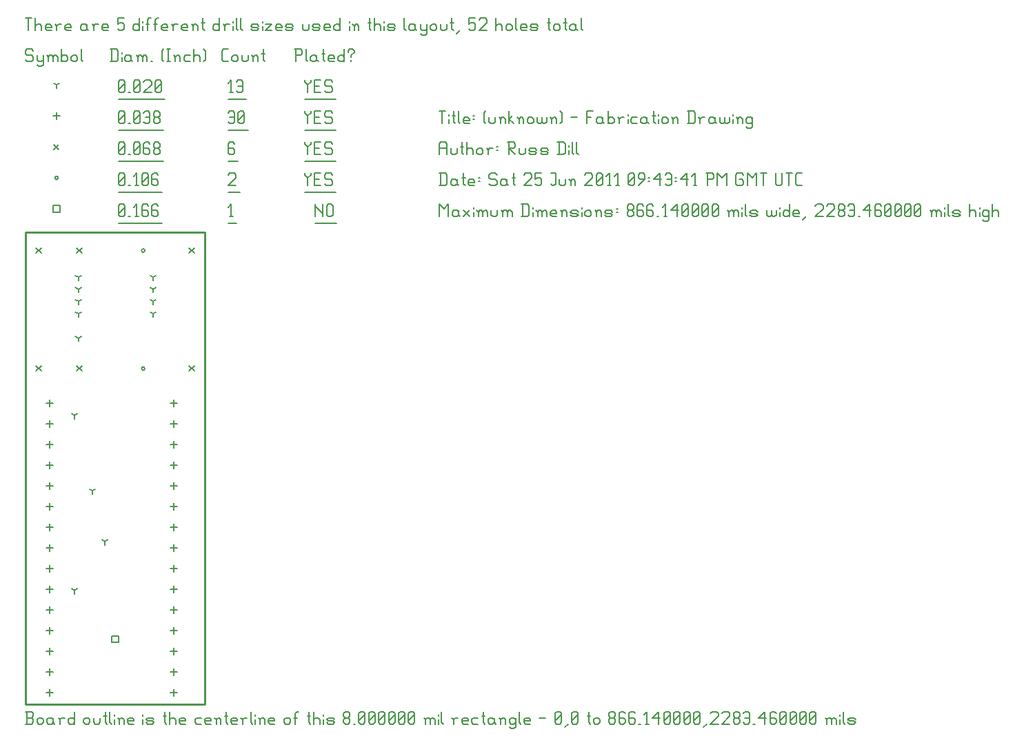
<source format=gbr>
G04 start of page 10 for group -3984 idx -3984 *
G04 Title: (unknown), fab *
G04 Creator: pcb 1.99z *
G04 CreationDate: Sat 25 Jun 2011 09:43:41 PM GMT UTC *
G04 For: russ *
G04 Format: Gerber/RS-274X *
G04 PCB-Dimensions: 86614 228346 *
G04 PCB-Coordinate-Origin: lower left *
%MOIN*%
%FSLAX25Y25*%
%LNFAB*%
%ADD70C,0.0100*%
%ADD69C,0.0060*%
%ADD68C,0.0080*%
G54D68*X41707Y33096D02*X44907D01*
X41707D02*Y29896D01*
X44907D01*
Y33096D02*Y29896D01*
X13400Y241196D02*X16600D01*
X13400D02*Y237996D01*
X16600D01*
Y241196D02*Y237996D01*
G54D69*X140000Y241846D02*Y235846D01*
Y241846D02*Y241096D01*
X143750Y237346D01*
Y241846D02*Y235846D01*
X145551Y241096D02*Y236596D01*
Y241096D02*X146301Y241846D01*
X147801D01*
X148551Y241096D01*
Y236596D01*
X147801Y235846D02*X148551Y236596D01*
X146301Y235846D02*X147801D01*
X145551Y236596D02*X146301Y235846D01*
X140000Y232595D02*X150353D01*
X98750Y235846D02*X100250D01*
X99500Y241846D02*Y235846D01*
X98000Y240346D02*X99500Y241846D01*
X98000Y232595D02*X102051D01*
X45000Y236596D02*X45750Y235846D01*
X45000Y241096D02*Y236596D01*
Y241096D02*X45750Y241846D01*
X47250D01*
X48000Y241096D01*
Y236596D01*
X47250Y235846D02*X48000Y236596D01*
X45750Y235846D02*X47250D01*
X45000Y237346D02*X48000Y240346D01*
X49801Y235846D02*X50551D01*
X53103D02*X54603D01*
X53853Y241846D02*Y235846D01*
X52353Y240346D02*X53853Y241846D01*
X58654D02*X59404Y241096D01*
X57154Y241846D02*X58654D01*
X56404Y241096D02*X57154Y241846D01*
X56404Y241096D02*Y236596D01*
X57154Y235846D01*
X58654Y238846D02*X59404Y238096D01*
X56404Y238846D02*X58654D01*
X57154Y235846D02*X58654D01*
X59404Y236596D01*
Y238096D02*Y236596D01*
X63456Y241846D02*X64206Y241096D01*
X61956Y241846D02*X63456D01*
X61206Y241096D02*X61956Y241846D01*
X61206Y241096D02*Y236596D01*
X61956Y235846D01*
X63456Y238846D02*X64206Y238096D01*
X61206Y238846D02*X63456D01*
X61956Y235846D02*X63456D01*
X64206Y236596D01*
Y238096D02*Y236596D01*
X45000Y232595D02*X66007D01*
X56129Y162401D02*G75*G03X57729Y162401I800J0D01*G01*
G75*G03X56129Y162401I-800J0D01*G01*
Y219487D02*G75*G03X57729Y219487I800J0D01*G01*
G75*G03X56129Y219487I-800J0D01*G01*
X14200Y254596D02*G75*G03X15800Y254596I800J0D01*G01*
G75*G03X14200Y254596I-800J0D01*G01*
X135000Y256846D02*Y256096D01*
X136500Y254596D01*
X138000Y256096D01*
Y256846D02*Y256096D01*
X136500Y254596D02*Y250846D01*
X139801Y253846D02*X142051D01*
X139801Y250846D02*X142801D01*
X139801Y256846D02*Y250846D01*
Y256846D02*X142801D01*
X147603D02*X148353Y256096D01*
X145353Y256846D02*X147603D01*
X144603Y256096D02*X145353Y256846D01*
X144603Y256096D02*Y254596D01*
X145353Y253846D01*
X147603D01*
X148353Y253096D01*
Y251596D01*
X147603Y250846D02*X148353Y251596D01*
X145353Y250846D02*X147603D01*
X144603Y251596D02*X145353Y250846D01*
X135000Y247595D02*X150154D01*
X98000Y256096D02*X98750Y256846D01*
X101000D01*
X101750Y256096D01*
Y254596D01*
X98000Y250846D02*X101750Y254596D01*
X98000Y250846D02*X101750D01*
X98000Y247595D02*X103551D01*
X45000Y251596D02*X45750Y250846D01*
X45000Y256096D02*Y251596D01*
Y256096D02*X45750Y256846D01*
X47250D01*
X48000Y256096D01*
Y251596D01*
X47250Y250846D02*X48000Y251596D01*
X45750Y250846D02*X47250D01*
X45000Y252346D02*X48000Y255346D01*
X49801Y250846D02*X50551D01*
X53103D02*X54603D01*
X53853Y256846D02*Y250846D01*
X52353Y255346D02*X53853Y256846D01*
X56404Y251596D02*X57154Y250846D01*
X56404Y256096D02*Y251596D01*
Y256096D02*X57154Y256846D01*
X58654D01*
X59404Y256096D01*
Y251596D01*
X58654Y250846D02*X59404Y251596D01*
X57154Y250846D02*X58654D01*
X56404Y252346D02*X59404Y255346D01*
X63456Y256846D02*X64206Y256096D01*
X61956Y256846D02*X63456D01*
X61206Y256096D02*X61956Y256846D01*
X61206Y256096D02*Y251596D01*
X61956Y250846D01*
X63456Y253846D02*X64206Y253096D01*
X61206Y253846D02*X63456D01*
X61956Y250846D02*X63456D01*
X64206Y251596D01*
Y253096D02*Y251596D01*
X45000Y247595D02*X66007D01*
X79193Y163601D02*X81593Y161201D01*
X79193D02*X81593Y163601D01*
X79193Y220687D02*X81593Y218287D01*
X79193D02*X81593Y220687D01*
X24863D02*X27263Y218287D01*
X24863D02*X27263Y220687D01*
X5178D02*X7578Y218287D01*
X5178D02*X7578Y220687D01*
X24863Y163601D02*X27263Y161201D01*
X24863D02*X27263Y163601D01*
X5178D02*X7578Y161201D01*
X5178D02*X7578Y163601D01*
X13800Y270796D02*X16200Y268396D01*
X13800D02*X16200Y270796D01*
X135000Y271846D02*Y271096D01*
X136500Y269596D01*
X138000Y271096D01*
Y271846D02*Y271096D01*
X136500Y269596D02*Y265846D01*
X139801Y268846D02*X142051D01*
X139801Y265846D02*X142801D01*
X139801Y271846D02*Y265846D01*
Y271846D02*X142801D01*
X147603D02*X148353Y271096D01*
X145353Y271846D02*X147603D01*
X144603Y271096D02*X145353Y271846D01*
X144603Y271096D02*Y269596D01*
X145353Y268846D01*
X147603D01*
X148353Y268096D01*
Y266596D01*
X147603Y265846D02*X148353Y266596D01*
X145353Y265846D02*X147603D01*
X144603Y266596D02*X145353Y265846D01*
X135000Y262595D02*X150154D01*
X100250Y271846D02*X101000Y271096D01*
X98750Y271846D02*X100250D01*
X98000Y271096D02*X98750Y271846D01*
X98000Y271096D02*Y266596D01*
X98750Y265846D01*
X100250Y268846D02*X101000Y268096D01*
X98000Y268846D02*X100250D01*
X98750Y265846D02*X100250D01*
X101000Y266596D01*
Y268096D02*Y266596D01*
X98000Y262595D02*X102801D01*
X45000Y266596D02*X45750Y265846D01*
X45000Y271096D02*Y266596D01*
Y271096D02*X45750Y271846D01*
X47250D01*
X48000Y271096D01*
Y266596D01*
X47250Y265846D02*X48000Y266596D01*
X45750Y265846D02*X47250D01*
X45000Y267346D02*X48000Y270346D01*
X49801Y265846D02*X50551D01*
X52353Y266596D02*X53103Y265846D01*
X52353Y271096D02*Y266596D01*
Y271096D02*X53103Y271846D01*
X54603D01*
X55353Y271096D01*
Y266596D01*
X54603Y265846D02*X55353Y266596D01*
X53103Y265846D02*X54603D01*
X52353Y267346D02*X55353Y270346D01*
X59404Y271846D02*X60154Y271096D01*
X57904Y271846D02*X59404D01*
X57154Y271096D02*X57904Y271846D01*
X57154Y271096D02*Y266596D01*
X57904Y265846D01*
X59404Y268846D02*X60154Y268096D01*
X57154Y268846D02*X59404D01*
X57904Y265846D02*X59404D01*
X60154Y266596D01*
Y268096D02*Y266596D01*
X61956D02*X62706Y265846D01*
X61956Y268096D02*Y266596D01*
Y268096D02*X62706Y268846D01*
X64206D01*
X64956Y268096D01*
Y266596D01*
X64206Y265846D02*X64956Y266596D01*
X62706Y265846D02*X64206D01*
X61956Y269596D02*X62706Y268846D01*
X61956Y271096D02*Y269596D01*
Y271096D02*X62706Y271846D01*
X64206D01*
X64956Y271096D01*
Y269596D01*
X64206Y268846D02*X64956Y269596D01*
X45000Y262595D02*X66757D01*
X11811Y147269D02*Y144069D01*
X10211Y145669D02*X13411D01*
X11811Y137269D02*Y134069D01*
X10211Y135669D02*X13411D01*
X11811Y127269D02*Y124069D01*
X10211Y125669D02*X13411D01*
X11811Y117269D02*Y114069D01*
X10211Y115669D02*X13411D01*
X11811Y107269D02*Y104069D01*
X10211Y105669D02*X13411D01*
X11811Y97269D02*Y94069D01*
X10211Y95669D02*X13411D01*
X11811Y87269D02*Y84069D01*
X10211Y85669D02*X13411D01*
X11811Y77269D02*Y74069D01*
X10211Y75669D02*X13411D01*
X11811Y67269D02*Y64069D01*
X10211Y65669D02*X13411D01*
X11811Y57269D02*Y54069D01*
X10211Y55669D02*X13411D01*
X11811Y47269D02*Y44069D01*
X10211Y45669D02*X13411D01*
X11811Y37269D02*Y34069D01*
X10211Y35669D02*X13411D01*
X11811Y27269D02*Y24069D01*
X10211Y25669D02*X13411D01*
X11811Y17269D02*Y14069D01*
X10211Y15669D02*X13411D01*
X11811Y7269D02*Y4069D01*
X10211Y5669D02*X13411D01*
X71811Y147269D02*Y144069D01*
X70211Y145669D02*X73411D01*
X71811Y137269D02*Y134069D01*
X70211Y135669D02*X73411D01*
X71811Y127269D02*Y124069D01*
X70211Y125669D02*X73411D01*
X71811Y117269D02*Y114069D01*
X70211Y115669D02*X73411D01*
X71811Y107269D02*Y104069D01*
X70211Y105669D02*X73411D01*
X71811Y97269D02*Y94069D01*
X70211Y95669D02*X73411D01*
X71811Y87269D02*Y84069D01*
X70211Y85669D02*X73411D01*
X71811Y77269D02*Y74069D01*
X70211Y75669D02*X73411D01*
X71811Y67269D02*Y64069D01*
X70211Y65669D02*X73411D01*
X71811Y57269D02*Y54069D01*
X70211Y55669D02*X73411D01*
X71811Y47269D02*Y44069D01*
X70211Y45669D02*X73411D01*
X71811Y37269D02*Y34069D01*
X70211Y35669D02*X73411D01*
X71811Y27269D02*Y24069D01*
X70211Y25669D02*X73411D01*
X71811Y17269D02*Y14069D01*
X70211Y15669D02*X73411D01*
X71811Y7269D02*Y4069D01*
X70211Y5669D02*X73411D01*
X15000Y286196D02*Y282996D01*
X13400Y284596D02*X16600D01*
X135000Y286846D02*Y286096D01*
X136500Y284596D01*
X138000Y286096D01*
Y286846D02*Y286096D01*
X136500Y284596D02*Y280846D01*
X139801Y283846D02*X142051D01*
X139801Y280846D02*X142801D01*
X139801Y286846D02*Y280846D01*
Y286846D02*X142801D01*
X147603D02*X148353Y286096D01*
X145353Y286846D02*X147603D01*
X144603Y286096D02*X145353Y286846D01*
X144603Y286096D02*Y284596D01*
X145353Y283846D01*
X147603D01*
X148353Y283096D01*
Y281596D01*
X147603Y280846D02*X148353Y281596D01*
X145353Y280846D02*X147603D01*
X144603Y281596D02*X145353Y280846D01*
X135000Y277595D02*X150154D01*
X98000Y286096D02*X98750Y286846D01*
X100250D01*
X101000Y286096D01*
Y281596D01*
X100250Y280846D02*X101000Y281596D01*
X98750Y280846D02*X100250D01*
X98000Y281596D02*X98750Y280846D01*
Y283846D02*X101000D01*
X102801Y281596D02*X103551Y280846D01*
X102801Y286096D02*Y281596D01*
Y286096D02*X103551Y286846D01*
X105051D01*
X105801Y286096D01*
Y281596D01*
X105051Y280846D02*X105801Y281596D01*
X103551Y280846D02*X105051D01*
X102801Y282346D02*X105801Y285346D01*
X98000Y277595D02*X107603D01*
X45000Y281596D02*X45750Y280846D01*
X45000Y286096D02*Y281596D01*
Y286096D02*X45750Y286846D01*
X47250D01*
X48000Y286096D01*
Y281596D01*
X47250Y280846D02*X48000Y281596D01*
X45750Y280846D02*X47250D01*
X45000Y282346D02*X48000Y285346D01*
X49801Y280846D02*X50551D01*
X52353Y281596D02*X53103Y280846D01*
X52353Y286096D02*Y281596D01*
Y286096D02*X53103Y286846D01*
X54603D01*
X55353Y286096D01*
Y281596D01*
X54603Y280846D02*X55353Y281596D01*
X53103Y280846D02*X54603D01*
X52353Y282346D02*X55353Y285346D01*
X57154Y286096D02*X57904Y286846D01*
X59404D01*
X60154Y286096D01*
Y281596D01*
X59404Y280846D02*X60154Y281596D01*
X57904Y280846D02*X59404D01*
X57154Y281596D02*X57904Y280846D01*
Y283846D02*X60154D01*
X61956Y281596D02*X62706Y280846D01*
X61956Y283096D02*Y281596D01*
Y283096D02*X62706Y283846D01*
X64206D01*
X64956Y283096D01*
Y281596D01*
X64206Y280846D02*X64956Y281596D01*
X62706Y280846D02*X64206D01*
X61956Y284596D02*X62706Y283846D01*
X61956Y286096D02*Y284596D01*
Y286096D02*X62706Y286846D01*
X64206D01*
X64956Y286096D01*
Y284596D01*
X64206Y283846D02*X64956Y284596D01*
X45000Y277595D02*X66757D01*
X23625Y55095D02*Y53495D01*
Y55095D02*X25011Y55895D01*
X23625Y55095D02*X22239Y55895D01*
X23624Y139740D02*Y138140D01*
Y139740D02*X25010Y140540D01*
X23624Y139740D02*X22238Y140540D01*
X38386Y78740D02*Y77140D01*
Y78740D02*X39772Y79540D01*
X38386Y78740D02*X37000Y79540D01*
X32480Y103347D02*Y101747D01*
Y103347D02*X33866Y104147D01*
X32480Y103347D02*X31094Y104147D01*
X25591Y206692D02*Y205092D01*
Y206692D02*X26977Y207492D01*
X25591Y206692D02*X24205Y207492D01*
X25591Y200787D02*Y199187D01*
Y200787D02*X26977Y201587D01*
X25591Y200787D02*X24205Y201587D01*
X25591Y194881D02*Y193281D01*
Y194881D02*X26977Y195681D01*
X25591Y194881D02*X24205Y195681D01*
X25591Y188976D02*Y187376D01*
Y188976D02*X26977Y189776D01*
X25591Y188976D02*X24205Y189776D01*
X61811Y188976D02*Y187376D01*
Y188976D02*X63197Y189776D01*
X61811Y188976D02*X60425Y189776D01*
X61811Y194881D02*Y193281D01*
Y194881D02*X63197Y195681D01*
X61811Y194881D02*X60425Y195681D01*
X61811Y200787D02*Y199187D01*
Y200787D02*X63197Y201587D01*
X61811Y200787D02*X60425Y201587D01*
X61811Y206692D02*Y205092D01*
Y206692D02*X63197Y207492D01*
X61811Y206692D02*X60425Y207492D01*
X25591Y177165D02*Y175565D01*
Y177165D02*X26977Y177965D01*
X25591Y177165D02*X24205Y177965D01*
X15000Y299596D02*Y297996D01*
Y299596D02*X16386Y300396D01*
X15000Y299596D02*X13614Y300396D01*
X135000Y301846D02*Y301096D01*
X136500Y299596D01*
X138000Y301096D01*
Y301846D02*Y301096D01*
X136500Y299596D02*Y295846D01*
X139801Y298846D02*X142051D01*
X139801Y295846D02*X142801D01*
X139801Y301846D02*Y295846D01*
Y301846D02*X142801D01*
X147603D02*X148353Y301096D01*
X145353Y301846D02*X147603D01*
X144603Y301096D02*X145353Y301846D01*
X144603Y301096D02*Y299596D01*
X145353Y298846D01*
X147603D01*
X148353Y298096D01*
Y296596D01*
X147603Y295846D02*X148353Y296596D01*
X145353Y295846D02*X147603D01*
X144603Y296596D02*X145353Y295846D01*
X135000Y292595D02*X150154D01*
X98750Y295846D02*X100250D01*
X99500Y301846D02*Y295846D01*
X98000Y300346D02*X99500Y301846D01*
X102051Y301096D02*X102801Y301846D01*
X104301D01*
X105051Y301096D01*
Y296596D01*
X104301Y295846D02*X105051Y296596D01*
X102801Y295846D02*X104301D01*
X102051Y296596D02*X102801Y295846D01*
Y298846D02*X105051D01*
X98000Y292595D02*X106853D01*
X45000Y296596D02*X45750Y295846D01*
X45000Y301096D02*Y296596D01*
Y301096D02*X45750Y301846D01*
X47250D01*
X48000Y301096D01*
Y296596D01*
X47250Y295846D02*X48000Y296596D01*
X45750Y295846D02*X47250D01*
X45000Y297346D02*X48000Y300346D01*
X49801Y295846D02*X50551D01*
X52353Y296596D02*X53103Y295846D01*
X52353Y301096D02*Y296596D01*
Y301096D02*X53103Y301846D01*
X54603D01*
X55353Y301096D01*
Y296596D01*
X54603Y295846D02*X55353Y296596D01*
X53103Y295846D02*X54603D01*
X52353Y297346D02*X55353Y300346D01*
X57154Y301096D02*X57904Y301846D01*
X60154D01*
X60904Y301096D01*
Y299596D01*
X57154Y295846D02*X60904Y299596D01*
X57154Y295846D02*X60904D01*
X62706Y296596D02*X63456Y295846D01*
X62706Y301096D02*Y296596D01*
Y301096D02*X63456Y301846D01*
X64956D01*
X65706Y301096D01*
Y296596D01*
X64956Y295846D02*X65706Y296596D01*
X63456Y295846D02*X64956D01*
X62706Y297346D02*X65706Y300346D01*
X45000Y292595D02*X67507D01*
X3000Y316846D02*X3750Y316096D01*
X750Y316846D02*X3000D01*
X0Y316096D02*X750Y316846D01*
X0Y316096D02*Y314596D01*
X750Y313846D01*
X3000D01*
X3750Y313096D01*
Y311596D01*
X3000Y310846D02*X3750Y311596D01*
X750Y310846D02*X3000D01*
X0Y311596D02*X750Y310846D01*
X5551Y313846D02*Y311596D01*
X6301Y310846D01*
X8551Y313846D02*Y309346D01*
X7801Y308596D02*X8551Y309346D01*
X6301Y308596D02*X7801D01*
X5551Y309346D02*X6301Y308596D01*
Y310846D02*X7801D01*
X8551Y311596D01*
X11103Y313096D02*Y310846D01*
Y313096D02*X11853Y313846D01*
X12603D01*
X13353Y313096D01*
Y310846D01*
Y313096D02*X14103Y313846D01*
X14853D01*
X15603Y313096D01*
Y310846D01*
X10353Y313846D02*X11103Y313096D01*
X17404Y316846D02*Y310846D01*
Y311596D02*X18154Y310846D01*
X19654D01*
X20404Y311596D01*
Y313096D02*Y311596D01*
X19654Y313846D02*X20404Y313096D01*
X18154Y313846D02*X19654D01*
X17404Y313096D02*X18154Y313846D01*
X22206Y313096D02*Y311596D01*
Y313096D02*X22956Y313846D01*
X24456D01*
X25206Y313096D01*
Y311596D01*
X24456Y310846D02*X25206Y311596D01*
X22956Y310846D02*X24456D01*
X22206Y311596D02*X22956Y310846D01*
X27007Y316846D02*Y311596D01*
X27757Y310846D01*
X41750Y316846D02*Y310846D01*
X44000Y316846D02*X44750Y316096D01*
Y311596D01*
X44000Y310846D02*X44750Y311596D01*
X41000Y310846D02*X44000D01*
X41000Y316846D02*X44000D01*
X46551Y315346D02*Y314596D01*
Y313096D02*Y310846D01*
X50303Y313846D02*X51053Y313096D01*
X48803Y313846D02*X50303D01*
X48053Y313096D02*X48803Y313846D01*
X48053Y313096D02*Y311596D01*
X48803Y310846D01*
X51053Y313846D02*Y311596D01*
X51803Y310846D01*
X48803D02*X50303D01*
X51053Y311596D01*
X54354Y313096D02*Y310846D01*
Y313096D02*X55104Y313846D01*
X55854D01*
X56604Y313096D01*
Y310846D01*
Y313096D02*X57354Y313846D01*
X58104D01*
X58854Y313096D01*
Y310846D01*
X53604Y313846D02*X54354Y313096D01*
X60656Y310846D02*X61406D01*
X65907Y311596D02*X66657Y310846D01*
X65907Y316096D02*X66657Y316846D01*
X65907Y316096D02*Y311596D01*
X68459Y316846D02*X69959D01*
X69209D02*Y310846D01*
X68459D02*X69959D01*
X72510Y313096D02*Y310846D01*
Y313096D02*X73260Y313846D01*
X74010D01*
X74760Y313096D01*
Y310846D01*
X71760Y313846D02*X72510Y313096D01*
X77312Y313846D02*X79562D01*
X76562Y313096D02*X77312Y313846D01*
X76562Y313096D02*Y311596D01*
X77312Y310846D01*
X79562D01*
X81363Y316846D02*Y310846D01*
Y313096D02*X82113Y313846D01*
X83613D01*
X84363Y313096D01*
Y310846D01*
X86165Y316846D02*X86915Y316096D01*
Y311596D01*
X86165Y310846D02*X86915Y311596D01*
X95750Y310846D02*X98000D01*
X95000Y311596D02*X95750Y310846D01*
X95000Y316096D02*Y311596D01*
Y316096D02*X95750Y316846D01*
X98000D01*
X99801Y313096D02*Y311596D01*
Y313096D02*X100551Y313846D01*
X102051D01*
X102801Y313096D01*
Y311596D01*
X102051Y310846D02*X102801Y311596D01*
X100551Y310846D02*X102051D01*
X99801Y311596D02*X100551Y310846D01*
X104603Y313846D02*Y311596D01*
X105353Y310846D01*
X106853D01*
X107603Y311596D01*
Y313846D02*Y311596D01*
X110154Y313096D02*Y310846D01*
Y313096D02*X110904Y313846D01*
X111654D01*
X112404Y313096D01*
Y310846D01*
X109404Y313846D02*X110154Y313096D01*
X114956Y316846D02*Y311596D01*
X115706Y310846D01*
X114206Y314596D02*X115706D01*
X130750Y316846D02*Y310846D01*
X130000Y316846D02*X133000D01*
X133750Y316096D01*
Y314596D01*
X133000Y313846D02*X133750Y314596D01*
X130750Y313846D02*X133000D01*
X135551Y316846D02*Y311596D01*
X136301Y310846D01*
X140053Y313846D02*X140803Y313096D01*
X138553Y313846D02*X140053D01*
X137803Y313096D02*X138553Y313846D01*
X137803Y313096D02*Y311596D01*
X138553Y310846D01*
X140803Y313846D02*Y311596D01*
X141553Y310846D01*
X138553D02*X140053D01*
X140803Y311596D01*
X144104Y316846D02*Y311596D01*
X144854Y310846D01*
X143354Y314596D02*X144854D01*
X147106Y310846D02*X149356D01*
X146356Y311596D02*X147106Y310846D01*
X146356Y313096D02*Y311596D01*
Y313096D02*X147106Y313846D01*
X148606D01*
X149356Y313096D01*
X146356Y312346D02*X149356D01*
Y313096D02*Y312346D01*
X154157Y316846D02*Y310846D01*
X153407D02*X154157Y311596D01*
X151907Y310846D02*X153407D01*
X151157Y311596D02*X151907Y310846D01*
X151157Y313096D02*Y311596D01*
Y313096D02*X151907Y313846D01*
X153407D01*
X154157Y313096D01*
X157459Y313846D02*Y313096D01*
Y311596D02*Y310846D01*
X155959Y316096D02*Y315346D01*
Y316096D02*X156709Y316846D01*
X158209D01*
X158959Y316096D01*
Y315346D01*
X157459Y313846D02*X158959Y315346D01*
X0Y331846D02*X3000D01*
X1500D02*Y325846D01*
X4801Y331846D02*Y325846D01*
Y328096D02*X5551Y328846D01*
X7051D01*
X7801Y328096D01*
Y325846D01*
X10353D02*X12603D01*
X9603Y326596D02*X10353Y325846D01*
X9603Y328096D02*Y326596D01*
Y328096D02*X10353Y328846D01*
X11853D01*
X12603Y328096D01*
X9603Y327346D02*X12603D01*
Y328096D02*Y327346D01*
X15154Y328096D02*Y325846D01*
Y328096D02*X15904Y328846D01*
X17404D01*
X14404D02*X15154Y328096D01*
X19956Y325846D02*X22206D01*
X19206Y326596D02*X19956Y325846D01*
X19206Y328096D02*Y326596D01*
Y328096D02*X19956Y328846D01*
X21456D01*
X22206Y328096D01*
X19206Y327346D02*X22206D01*
Y328096D02*Y327346D01*
X28957Y328846D02*X29707Y328096D01*
X27457Y328846D02*X28957D01*
X26707Y328096D02*X27457Y328846D01*
X26707Y328096D02*Y326596D01*
X27457Y325846D01*
X29707Y328846D02*Y326596D01*
X30457Y325846D01*
X27457D02*X28957D01*
X29707Y326596D01*
X33009Y328096D02*Y325846D01*
Y328096D02*X33759Y328846D01*
X35259D01*
X32259D02*X33009Y328096D01*
X37810Y325846D02*X40060D01*
X37060Y326596D02*X37810Y325846D01*
X37060Y328096D02*Y326596D01*
Y328096D02*X37810Y328846D01*
X39310D01*
X40060Y328096D01*
X37060Y327346D02*X40060D01*
Y328096D02*Y327346D01*
X44562Y331846D02*X47562D01*
X44562D02*Y328846D01*
X45312Y329596D01*
X46812D01*
X47562Y328846D01*
Y326596D01*
X46812Y325846D02*X47562Y326596D01*
X45312Y325846D02*X46812D01*
X44562Y326596D02*X45312Y325846D01*
X55063Y331846D02*Y325846D01*
X54313D02*X55063Y326596D01*
X52813Y325846D02*X54313D01*
X52063Y326596D02*X52813Y325846D01*
X52063Y328096D02*Y326596D01*
Y328096D02*X52813Y328846D01*
X54313D01*
X55063Y328096D01*
X56865Y330346D02*Y329596D01*
Y328096D02*Y325846D01*
X59116Y331096D02*Y325846D01*
Y331096D02*X59866Y331846D01*
X60616D01*
X58366Y328846D02*X59866D01*
X62868Y331096D02*Y325846D01*
Y331096D02*X63618Y331846D01*
X64368D01*
X62118Y328846D02*X63618D01*
X66619Y325846D02*X68869D01*
X65869Y326596D02*X66619Y325846D01*
X65869Y328096D02*Y326596D01*
Y328096D02*X66619Y328846D01*
X68119D01*
X68869Y328096D01*
X65869Y327346D02*X68869D01*
Y328096D02*Y327346D01*
X71421Y328096D02*Y325846D01*
Y328096D02*X72171Y328846D01*
X73671D01*
X70671D02*X71421Y328096D01*
X76222Y325846D02*X78472D01*
X75472Y326596D02*X76222Y325846D01*
X75472Y328096D02*Y326596D01*
Y328096D02*X76222Y328846D01*
X77722D01*
X78472Y328096D01*
X75472Y327346D02*X78472D01*
Y328096D02*Y327346D01*
X81024Y328096D02*Y325846D01*
Y328096D02*X81774Y328846D01*
X82524D01*
X83274Y328096D01*
Y325846D01*
X80274Y328846D02*X81024Y328096D01*
X85825Y331846D02*Y326596D01*
X86575Y325846D01*
X85075Y329596D02*X86575D01*
X93777Y331846D02*Y325846D01*
X93027D02*X93777Y326596D01*
X91527Y325846D02*X93027D01*
X90777Y326596D02*X91527Y325846D01*
X90777Y328096D02*Y326596D01*
Y328096D02*X91527Y328846D01*
X93027D01*
X93777Y328096D01*
X96328D02*Y325846D01*
Y328096D02*X97078Y328846D01*
X98578D01*
X95578D02*X96328Y328096D01*
X100380Y330346D02*Y329596D01*
Y328096D02*Y325846D01*
X101881Y331846D02*Y326596D01*
X102631Y325846D01*
X104133Y331846D02*Y326596D01*
X104883Y325846D01*
X109834D02*X112084D01*
X112834Y326596D01*
X112084Y327346D02*X112834Y326596D01*
X109834Y327346D02*X112084D01*
X109084Y328096D02*X109834Y327346D01*
X109084Y328096D02*X109834Y328846D01*
X112084D01*
X112834Y328096D01*
X109084Y326596D02*X109834Y325846D01*
X114636Y330346D02*Y329596D01*
Y328096D02*Y325846D01*
X116137Y328846D02*X119137D01*
X116137Y325846D02*X119137Y328846D01*
X116137Y325846D02*X119137D01*
X121689D02*X123939D01*
X120939Y326596D02*X121689Y325846D01*
X120939Y328096D02*Y326596D01*
Y328096D02*X121689Y328846D01*
X123189D01*
X123939Y328096D01*
X120939Y327346D02*X123939D01*
Y328096D02*Y327346D01*
X126490Y325846D02*X128740D01*
X129490Y326596D01*
X128740Y327346D02*X129490Y326596D01*
X126490Y327346D02*X128740D01*
X125740Y328096D02*X126490Y327346D01*
X125740Y328096D02*X126490Y328846D01*
X128740D01*
X129490Y328096D01*
X125740Y326596D02*X126490Y325846D01*
X133992Y328846D02*Y326596D01*
X134742Y325846D01*
X136242D01*
X136992Y326596D01*
Y328846D02*Y326596D01*
X139543Y325846D02*X141793D01*
X142543Y326596D01*
X141793Y327346D02*X142543Y326596D01*
X139543Y327346D02*X141793D01*
X138793Y328096D02*X139543Y327346D01*
X138793Y328096D02*X139543Y328846D01*
X141793D01*
X142543Y328096D01*
X138793Y326596D02*X139543Y325846D01*
X145095D02*X147345D01*
X144345Y326596D02*X145095Y325846D01*
X144345Y328096D02*Y326596D01*
Y328096D02*X145095Y328846D01*
X146595D01*
X147345Y328096D01*
X144345Y327346D02*X147345D01*
Y328096D02*Y327346D01*
X152146Y331846D02*Y325846D01*
X151396D02*X152146Y326596D01*
X149896Y325846D02*X151396D01*
X149146Y326596D02*X149896Y325846D01*
X149146Y328096D02*Y326596D01*
Y328096D02*X149896Y328846D01*
X151396D01*
X152146Y328096D01*
X156648Y330346D02*Y329596D01*
Y328096D02*Y325846D01*
X158899Y328096D02*Y325846D01*
Y328096D02*X159649Y328846D01*
X160399D01*
X161149Y328096D01*
Y325846D01*
X158149Y328846D02*X158899Y328096D01*
X166401Y331846D02*Y326596D01*
X167151Y325846D01*
X165651Y329596D02*X167151D01*
X168652Y331846D02*Y325846D01*
Y328096D02*X169402Y328846D01*
X170902D01*
X171652Y328096D01*
Y325846D01*
X173454Y330346D02*Y329596D01*
Y328096D02*Y325846D01*
X175705D02*X177955D01*
X178705Y326596D01*
X177955Y327346D02*X178705Y326596D01*
X175705Y327346D02*X177955D01*
X174955Y328096D02*X175705Y327346D01*
X174955Y328096D02*X175705Y328846D01*
X177955D01*
X178705Y328096D01*
X174955Y326596D02*X175705Y325846D01*
X183207Y331846D02*Y326596D01*
X183957Y325846D01*
X187708Y328846D02*X188458Y328096D01*
X186208Y328846D02*X187708D01*
X185458Y328096D02*X186208Y328846D01*
X185458Y328096D02*Y326596D01*
X186208Y325846D01*
X188458Y328846D02*Y326596D01*
X189208Y325846D01*
X186208D02*X187708D01*
X188458Y326596D01*
X191010Y328846D02*Y326596D01*
X191760Y325846D01*
X194010Y328846D02*Y324346D01*
X193260Y323596D02*X194010Y324346D01*
X191760Y323596D02*X193260D01*
X191010Y324346D02*X191760Y323596D01*
Y325846D02*X193260D01*
X194010Y326596D01*
X195811Y328096D02*Y326596D01*
Y328096D02*X196561Y328846D01*
X198061D01*
X198811Y328096D01*
Y326596D01*
X198061Y325846D02*X198811Y326596D01*
X196561Y325846D02*X198061D01*
X195811Y326596D02*X196561Y325846D01*
X200613Y328846D02*Y326596D01*
X201363Y325846D01*
X202863D01*
X203613Y326596D01*
Y328846D02*Y326596D01*
X206164Y331846D02*Y326596D01*
X206914Y325846D01*
X205414Y329596D02*X206914D01*
X208416Y324346D02*X209916Y325846D01*
X214417Y331846D02*X217417D01*
X214417D02*Y328846D01*
X215167Y329596D01*
X216667D01*
X217417Y328846D01*
Y326596D01*
X216667Y325846D02*X217417Y326596D01*
X215167Y325846D02*X216667D01*
X214417Y326596D02*X215167Y325846D01*
X219219Y331096D02*X219969Y331846D01*
X222219D01*
X222969Y331096D01*
Y329596D01*
X219219Y325846D02*X222969Y329596D01*
X219219Y325846D02*X222969D01*
X227470Y331846D02*Y325846D01*
Y328096D02*X228220Y328846D01*
X229720D01*
X230470Y328096D01*
Y325846D01*
X232272Y328096D02*Y326596D01*
Y328096D02*X233022Y328846D01*
X234522D01*
X235272Y328096D01*
Y326596D01*
X234522Y325846D02*X235272Y326596D01*
X233022Y325846D02*X234522D01*
X232272Y326596D02*X233022Y325846D01*
X237073Y331846D02*Y326596D01*
X237823Y325846D01*
X240075D02*X242325D01*
X239325Y326596D02*X240075Y325846D01*
X239325Y328096D02*Y326596D01*
Y328096D02*X240075Y328846D01*
X241575D01*
X242325Y328096D01*
X239325Y327346D02*X242325D01*
Y328096D02*Y327346D01*
X244876Y325846D02*X247126D01*
X247876Y326596D01*
X247126Y327346D02*X247876Y326596D01*
X244876Y327346D02*X247126D01*
X244126Y328096D02*X244876Y327346D01*
X244126Y328096D02*X244876Y328846D01*
X247126D01*
X247876Y328096D01*
X244126Y326596D02*X244876Y325846D01*
X253128Y331846D02*Y326596D01*
X253878Y325846D01*
X252378Y329596D02*X253878D01*
X255379Y328096D02*Y326596D01*
Y328096D02*X256129Y328846D01*
X257629D01*
X258379Y328096D01*
Y326596D01*
X257629Y325846D02*X258379Y326596D01*
X256129Y325846D02*X257629D01*
X255379Y326596D02*X256129Y325846D01*
X260931Y331846D02*Y326596D01*
X261681Y325846D01*
X260181Y329596D02*X261681D01*
X265432Y328846D02*X266182Y328096D01*
X263932Y328846D02*X265432D01*
X263182Y328096D02*X263932Y328846D01*
X263182Y328096D02*Y326596D01*
X263932Y325846D01*
X266182Y328846D02*Y326596D01*
X266932Y325846D01*
X263932D02*X265432D01*
X266182Y326596D01*
X268734Y331846D02*Y326596D01*
X269484Y325846D01*
G54D70*X0Y228346D02*X86614D01*
X0D02*Y0D01*
X86614Y228346D02*Y0D01*
X0D02*X86614D01*
G54D69*X200000Y241846D02*Y235846D01*
Y241846D02*X202250Y239596D01*
X204500Y241846D01*
Y235846D01*
X208551Y238846D02*X209301Y238096D01*
X207051Y238846D02*X208551D01*
X206301Y238096D02*X207051Y238846D01*
X206301Y238096D02*Y236596D01*
X207051Y235846D01*
X209301Y238846D02*Y236596D01*
X210051Y235846D01*
X207051D02*X208551D01*
X209301Y236596D01*
X211853Y238846D02*X214853Y235846D01*
X211853D02*X214853Y238846D01*
X216654Y240346D02*Y239596D01*
Y238096D02*Y235846D01*
X218906Y238096D02*Y235846D01*
Y238096D02*X219656Y238846D01*
X220406D01*
X221156Y238096D01*
Y235846D01*
Y238096D02*X221906Y238846D01*
X222656D01*
X223406Y238096D01*
Y235846D01*
X218156Y238846D02*X218906Y238096D01*
X225207Y238846D02*Y236596D01*
X225957Y235846D01*
X227457D01*
X228207Y236596D01*
Y238846D02*Y236596D01*
X230759Y238096D02*Y235846D01*
Y238096D02*X231509Y238846D01*
X232259D01*
X233009Y238096D01*
Y235846D01*
Y238096D02*X233759Y238846D01*
X234509D01*
X235259Y238096D01*
Y235846D01*
X230009Y238846D02*X230759Y238096D01*
X240510Y241846D02*Y235846D01*
X242760Y241846D02*X243510Y241096D01*
Y236596D01*
X242760Y235846D02*X243510Y236596D01*
X239760Y235846D02*X242760D01*
X239760Y241846D02*X242760D01*
X245312Y240346D02*Y239596D01*
Y238096D02*Y235846D01*
X247563Y238096D02*Y235846D01*
Y238096D02*X248313Y238846D01*
X249063D01*
X249813Y238096D01*
Y235846D01*
Y238096D02*X250563Y238846D01*
X251313D01*
X252063Y238096D01*
Y235846D01*
X246813Y238846D02*X247563Y238096D01*
X254615Y235846D02*X256865D01*
X253865Y236596D02*X254615Y235846D01*
X253865Y238096D02*Y236596D01*
Y238096D02*X254615Y238846D01*
X256115D01*
X256865Y238096D01*
X253865Y237346D02*X256865D01*
Y238096D02*Y237346D01*
X259416Y238096D02*Y235846D01*
Y238096D02*X260166Y238846D01*
X260916D01*
X261666Y238096D01*
Y235846D01*
X258666Y238846D02*X259416Y238096D01*
X264218Y235846D02*X266468D01*
X267218Y236596D01*
X266468Y237346D02*X267218Y236596D01*
X264218Y237346D02*X266468D01*
X263468Y238096D02*X264218Y237346D01*
X263468Y238096D02*X264218Y238846D01*
X266468D01*
X267218Y238096D01*
X263468Y236596D02*X264218Y235846D01*
X269019Y240346D02*Y239596D01*
Y238096D02*Y235846D01*
X270521Y238096D02*Y236596D01*
Y238096D02*X271271Y238846D01*
X272771D01*
X273521Y238096D01*
Y236596D01*
X272771Y235846D02*X273521Y236596D01*
X271271Y235846D02*X272771D01*
X270521Y236596D02*X271271Y235846D01*
X276072Y238096D02*Y235846D01*
Y238096D02*X276822Y238846D01*
X277572D01*
X278322Y238096D01*
Y235846D01*
X275322Y238846D02*X276072Y238096D01*
X280874Y235846D02*X283124D01*
X283874Y236596D01*
X283124Y237346D02*X283874Y236596D01*
X280874Y237346D02*X283124D01*
X280124Y238096D02*X280874Y237346D01*
X280124Y238096D02*X280874Y238846D01*
X283124D01*
X283874Y238096D01*
X280124Y236596D02*X280874Y235846D01*
X285675Y239596D02*X286425D01*
X285675Y238096D02*X286425D01*
X290927Y236596D02*X291677Y235846D01*
X290927Y238096D02*Y236596D01*
Y238096D02*X291677Y238846D01*
X293177D01*
X293927Y238096D01*
Y236596D01*
X293177Y235846D02*X293927Y236596D01*
X291677Y235846D02*X293177D01*
X290927Y239596D02*X291677Y238846D01*
X290927Y241096D02*Y239596D01*
Y241096D02*X291677Y241846D01*
X293177D01*
X293927Y241096D01*
Y239596D01*
X293177Y238846D02*X293927Y239596D01*
X297978Y241846D02*X298728Y241096D01*
X296478Y241846D02*X297978D01*
X295728Y241096D02*X296478Y241846D01*
X295728Y241096D02*Y236596D01*
X296478Y235846D01*
X297978Y238846D02*X298728Y238096D01*
X295728Y238846D02*X297978D01*
X296478Y235846D02*X297978D01*
X298728Y236596D01*
Y238096D02*Y236596D01*
X302780Y241846D02*X303530Y241096D01*
X301280Y241846D02*X302780D01*
X300530Y241096D02*X301280Y241846D01*
X300530Y241096D02*Y236596D01*
X301280Y235846D01*
X302780Y238846D02*X303530Y238096D01*
X300530Y238846D02*X302780D01*
X301280Y235846D02*X302780D01*
X303530Y236596D01*
Y238096D02*Y236596D01*
X305331Y235846D02*X306081D01*
X308633D02*X310133D01*
X309383Y241846D02*Y235846D01*
X307883Y240346D02*X309383Y241846D01*
X311934Y238846D02*X314934Y241846D01*
X311934Y238846D02*X315684D01*
X314934Y241846D02*Y235846D01*
X317486Y236596D02*X318236Y235846D01*
X317486Y241096D02*Y236596D01*
Y241096D02*X318236Y241846D01*
X319736D01*
X320486Y241096D01*
Y236596D01*
X319736Y235846D02*X320486Y236596D01*
X318236Y235846D02*X319736D01*
X317486Y237346D02*X320486Y240346D01*
X322287Y236596D02*X323037Y235846D01*
X322287Y241096D02*Y236596D01*
Y241096D02*X323037Y241846D01*
X324537D01*
X325287Y241096D01*
Y236596D01*
X324537Y235846D02*X325287Y236596D01*
X323037Y235846D02*X324537D01*
X322287Y237346D02*X325287Y240346D01*
X327089Y236596D02*X327839Y235846D01*
X327089Y241096D02*Y236596D01*
Y241096D02*X327839Y241846D01*
X329339D01*
X330089Y241096D01*
Y236596D01*
X329339Y235846D02*X330089Y236596D01*
X327839Y235846D02*X329339D01*
X327089Y237346D02*X330089Y240346D01*
X331890Y236596D02*X332640Y235846D01*
X331890Y241096D02*Y236596D01*
Y241096D02*X332640Y241846D01*
X334140D01*
X334890Y241096D01*
Y236596D01*
X334140Y235846D02*X334890Y236596D01*
X332640Y235846D02*X334140D01*
X331890Y237346D02*X334890Y240346D01*
X340142Y238096D02*Y235846D01*
Y238096D02*X340892Y238846D01*
X341642D01*
X342392Y238096D01*
Y235846D01*
Y238096D02*X343142Y238846D01*
X343892D01*
X344642Y238096D01*
Y235846D01*
X339392Y238846D02*X340142Y238096D01*
X346443Y240346D02*Y239596D01*
Y238096D02*Y235846D01*
X347945Y241846D02*Y236596D01*
X348695Y235846D01*
X350946D02*X353196D01*
X353946Y236596D01*
X353196Y237346D02*X353946Y236596D01*
X350946Y237346D02*X353196D01*
X350196Y238096D02*X350946Y237346D01*
X350196Y238096D02*X350946Y238846D01*
X353196D01*
X353946Y238096D01*
X350196Y236596D02*X350946Y235846D01*
X358448Y238846D02*Y236596D01*
X359198Y235846D01*
X359948D01*
X360698Y236596D01*
Y238846D02*Y236596D01*
X361448Y235846D01*
X362198D01*
X362948Y236596D01*
Y238846D02*Y236596D01*
X364749Y240346D02*Y239596D01*
Y238096D02*Y235846D01*
X369251Y241846D02*Y235846D01*
X368501D02*X369251Y236596D01*
X367001Y235846D02*X368501D01*
X366251Y236596D02*X367001Y235846D01*
X366251Y238096D02*Y236596D01*
Y238096D02*X367001Y238846D01*
X368501D01*
X369251Y238096D01*
X371802Y235846D02*X374052D01*
X371052Y236596D02*X371802Y235846D01*
X371052Y238096D02*Y236596D01*
Y238096D02*X371802Y238846D01*
X373302D01*
X374052Y238096D01*
X371052Y237346D02*X374052D01*
Y238096D02*Y237346D01*
X375854Y234346D02*X377354Y235846D01*
X381855Y241096D02*X382605Y241846D01*
X384855D01*
X385605Y241096D01*
Y239596D01*
X381855Y235846D02*X385605Y239596D01*
X381855Y235846D02*X385605D01*
X387407Y241096D02*X388157Y241846D01*
X390407D01*
X391157Y241096D01*
Y239596D01*
X387407Y235846D02*X391157Y239596D01*
X387407Y235846D02*X391157D01*
X392958Y236596D02*X393708Y235846D01*
X392958Y238096D02*Y236596D01*
Y238096D02*X393708Y238846D01*
X395208D01*
X395958Y238096D01*
Y236596D01*
X395208Y235846D02*X395958Y236596D01*
X393708Y235846D02*X395208D01*
X392958Y239596D02*X393708Y238846D01*
X392958Y241096D02*Y239596D01*
Y241096D02*X393708Y241846D01*
X395208D01*
X395958Y241096D01*
Y239596D01*
X395208Y238846D02*X395958Y239596D01*
X397760Y241096D02*X398510Y241846D01*
X400010D01*
X400760Y241096D01*
Y236596D01*
X400010Y235846D02*X400760Y236596D01*
X398510Y235846D02*X400010D01*
X397760Y236596D02*X398510Y235846D01*
Y238846D02*X400760D01*
X402561Y235846D02*X403311D01*
X405113Y238846D02*X408113Y241846D01*
X405113Y238846D02*X408863D01*
X408113Y241846D02*Y235846D01*
X412914Y241846D02*X413664Y241096D01*
X411414Y241846D02*X412914D01*
X410664Y241096D02*X411414Y241846D01*
X410664Y241096D02*Y236596D01*
X411414Y235846D01*
X412914Y238846D02*X413664Y238096D01*
X410664Y238846D02*X412914D01*
X411414Y235846D02*X412914D01*
X413664Y236596D01*
Y238096D02*Y236596D01*
X415466D02*X416216Y235846D01*
X415466Y241096D02*Y236596D01*
Y241096D02*X416216Y241846D01*
X417716D01*
X418466Y241096D01*
Y236596D01*
X417716Y235846D02*X418466Y236596D01*
X416216Y235846D02*X417716D01*
X415466Y237346D02*X418466Y240346D01*
X420267Y236596D02*X421017Y235846D01*
X420267Y241096D02*Y236596D01*
Y241096D02*X421017Y241846D01*
X422517D01*
X423267Y241096D01*
Y236596D01*
X422517Y235846D02*X423267Y236596D01*
X421017Y235846D02*X422517D01*
X420267Y237346D02*X423267Y240346D01*
X425069Y236596D02*X425819Y235846D01*
X425069Y241096D02*Y236596D01*
Y241096D02*X425819Y241846D01*
X427319D01*
X428069Y241096D01*
Y236596D01*
X427319Y235846D02*X428069Y236596D01*
X425819Y235846D02*X427319D01*
X425069Y237346D02*X428069Y240346D01*
X429870Y236596D02*X430620Y235846D01*
X429870Y241096D02*Y236596D01*
Y241096D02*X430620Y241846D01*
X432120D01*
X432870Y241096D01*
Y236596D01*
X432120Y235846D02*X432870Y236596D01*
X430620Y235846D02*X432120D01*
X429870Y237346D02*X432870Y240346D01*
X438122Y238096D02*Y235846D01*
Y238096D02*X438872Y238846D01*
X439622D01*
X440372Y238096D01*
Y235846D01*
Y238096D02*X441122Y238846D01*
X441872D01*
X442622Y238096D01*
Y235846D01*
X437372Y238846D02*X438122Y238096D01*
X444423Y240346D02*Y239596D01*
Y238096D02*Y235846D01*
X445925Y241846D02*Y236596D01*
X446675Y235846D01*
X448926D02*X451176D01*
X451926Y236596D01*
X451176Y237346D02*X451926Y236596D01*
X448926Y237346D02*X451176D01*
X448176Y238096D02*X448926Y237346D01*
X448176Y238096D02*X448926Y238846D01*
X451176D01*
X451926Y238096D01*
X448176Y236596D02*X448926Y235846D01*
X456428Y241846D02*Y235846D01*
Y238096D02*X457178Y238846D01*
X458678D01*
X459428Y238096D01*
Y235846D01*
X461229Y240346D02*Y239596D01*
Y238096D02*Y235846D01*
X464981Y238846D02*X465731Y238096D01*
X463481Y238846D02*X464981D01*
X462731Y238096D02*X463481Y238846D01*
X462731Y238096D02*Y236596D01*
X463481Y235846D01*
X464981D01*
X465731Y236596D01*
X462731Y234346D02*X463481Y233596D01*
X464981D01*
X465731Y234346D01*
Y238846D02*Y234346D01*
X467532Y241846D02*Y235846D01*
Y238096D02*X468282Y238846D01*
X469782D01*
X470532Y238096D01*
Y235846D01*
X0Y-9500D02*X3000D01*
X3750Y-8750D01*
Y-7250D02*Y-8750D01*
X3000Y-6500D02*X3750Y-7250D01*
X750Y-6500D02*X3000D01*
X750Y-3500D02*Y-9500D01*
X0Y-3500D02*X3000D01*
X3750Y-4250D01*
Y-5750D01*
X3000Y-6500D02*X3750Y-5750D01*
X5551Y-7250D02*Y-8750D01*
Y-7250D02*X6301Y-6500D01*
X7801D01*
X8551Y-7250D01*
Y-8750D01*
X7801Y-9500D02*X8551Y-8750D01*
X6301Y-9500D02*X7801D01*
X5551Y-8750D02*X6301Y-9500D01*
X12603Y-6500D02*X13353Y-7250D01*
X11103Y-6500D02*X12603D01*
X10353Y-7250D02*X11103Y-6500D01*
X10353Y-7250D02*Y-8750D01*
X11103Y-9500D01*
X13353Y-6500D02*Y-8750D01*
X14103Y-9500D01*
X11103D02*X12603D01*
X13353Y-8750D01*
X16654Y-7250D02*Y-9500D01*
Y-7250D02*X17404Y-6500D01*
X18904D01*
X15904D02*X16654Y-7250D01*
X23706Y-3500D02*Y-9500D01*
X22956D02*X23706Y-8750D01*
X21456Y-9500D02*X22956D01*
X20706Y-8750D02*X21456Y-9500D01*
X20706Y-7250D02*Y-8750D01*
Y-7250D02*X21456Y-6500D01*
X22956D01*
X23706Y-7250D01*
X28207D02*Y-8750D01*
Y-7250D02*X28957Y-6500D01*
X30457D01*
X31207Y-7250D01*
Y-8750D01*
X30457Y-9500D02*X31207Y-8750D01*
X28957Y-9500D02*X30457D01*
X28207Y-8750D02*X28957Y-9500D01*
X33009Y-6500D02*Y-8750D01*
X33759Y-9500D01*
X35259D01*
X36009Y-8750D01*
Y-6500D02*Y-8750D01*
X38560Y-3500D02*Y-8750D01*
X39310Y-9500D01*
X37810Y-5750D02*X39310D01*
X40812Y-3500D02*Y-8750D01*
X41562Y-9500D01*
X43063Y-5000D02*Y-5750D01*
Y-7250D02*Y-9500D01*
X45315Y-7250D02*Y-9500D01*
Y-7250D02*X46065Y-6500D01*
X46815D01*
X47565Y-7250D01*
Y-9500D01*
X44565Y-6500D02*X45315Y-7250D01*
X50116Y-9500D02*X52366D01*
X49366Y-8750D02*X50116Y-9500D01*
X49366Y-7250D02*Y-8750D01*
Y-7250D02*X50116Y-6500D01*
X51616D01*
X52366Y-7250D01*
X49366Y-8000D02*X52366D01*
Y-7250D02*Y-8000D01*
X56868Y-5000D02*Y-5750D01*
Y-7250D02*Y-9500D01*
X59119D02*X61369D01*
X62119Y-8750D01*
X61369Y-8000D02*X62119Y-8750D01*
X59119Y-8000D02*X61369D01*
X58369Y-7250D02*X59119Y-8000D01*
X58369Y-7250D02*X59119Y-6500D01*
X61369D01*
X62119Y-7250D01*
X58369Y-8750D02*X59119Y-9500D01*
X67371Y-3500D02*Y-8750D01*
X68121Y-9500D01*
X66621Y-5750D02*X68121D01*
X69622Y-3500D02*Y-9500D01*
Y-7250D02*X70372Y-6500D01*
X71872D01*
X72622Y-7250D01*
Y-9500D01*
X75174D02*X77424D01*
X74424Y-8750D02*X75174Y-9500D01*
X74424Y-7250D02*Y-8750D01*
Y-7250D02*X75174Y-6500D01*
X76674D01*
X77424Y-7250D01*
X74424Y-8000D02*X77424D01*
Y-7250D02*Y-8000D01*
X82675Y-6500D02*X84925D01*
X81925Y-7250D02*X82675Y-6500D01*
X81925Y-7250D02*Y-8750D01*
X82675Y-9500D01*
X84925D01*
X87477D02*X89727D01*
X86727Y-8750D02*X87477Y-9500D01*
X86727Y-7250D02*Y-8750D01*
Y-7250D02*X87477Y-6500D01*
X88977D01*
X89727Y-7250D01*
X86727Y-8000D02*X89727D01*
Y-7250D02*Y-8000D01*
X92278Y-7250D02*Y-9500D01*
Y-7250D02*X93028Y-6500D01*
X93778D01*
X94528Y-7250D01*
Y-9500D01*
X91528Y-6500D02*X92278Y-7250D01*
X97080Y-3500D02*Y-8750D01*
X97830Y-9500D01*
X96330Y-5750D02*X97830D01*
X100081Y-9500D02*X102331D01*
X99331Y-8750D02*X100081Y-9500D01*
X99331Y-7250D02*Y-8750D01*
Y-7250D02*X100081Y-6500D01*
X101581D01*
X102331Y-7250D01*
X99331Y-8000D02*X102331D01*
Y-7250D02*Y-8000D01*
X104883Y-7250D02*Y-9500D01*
Y-7250D02*X105633Y-6500D01*
X107133D01*
X104133D02*X104883Y-7250D01*
X108934Y-3500D02*Y-8750D01*
X109684Y-9500D01*
X111186Y-5000D02*Y-5750D01*
Y-7250D02*Y-9500D01*
X113437Y-7250D02*Y-9500D01*
Y-7250D02*X114187Y-6500D01*
X114937D01*
X115687Y-7250D01*
Y-9500D01*
X112687Y-6500D02*X113437Y-7250D01*
X118239Y-9500D02*X120489D01*
X117489Y-8750D02*X118239Y-9500D01*
X117489Y-7250D02*Y-8750D01*
Y-7250D02*X118239Y-6500D01*
X119739D01*
X120489Y-7250D01*
X117489Y-8000D02*X120489D01*
Y-7250D02*Y-8000D01*
X124990Y-7250D02*Y-8750D01*
Y-7250D02*X125740Y-6500D01*
X127240D01*
X127990Y-7250D01*
Y-8750D01*
X127240Y-9500D02*X127990Y-8750D01*
X125740Y-9500D02*X127240D01*
X124990Y-8750D02*X125740Y-9500D01*
X130542Y-4250D02*Y-9500D01*
Y-4250D02*X131292Y-3500D01*
X132042D01*
X129792Y-6500D02*X131292D01*
X136993Y-3500D02*Y-8750D01*
X137743Y-9500D01*
X136243Y-5750D02*X137743D01*
X139245Y-3500D02*Y-9500D01*
Y-7250D02*X139995Y-6500D01*
X141495D01*
X142245Y-7250D01*
Y-9500D01*
X144046Y-5000D02*Y-5750D01*
Y-7250D02*Y-9500D01*
X146298D02*X148548D01*
X149298Y-8750D01*
X148548Y-8000D02*X149298Y-8750D01*
X146298Y-8000D02*X148548D01*
X145548Y-7250D02*X146298Y-8000D01*
X145548Y-7250D02*X146298Y-6500D01*
X148548D01*
X149298Y-7250D01*
X145548Y-8750D02*X146298Y-9500D01*
X153799Y-8750D02*X154549Y-9500D01*
X153799Y-7250D02*Y-8750D01*
Y-7250D02*X154549Y-6500D01*
X156049D01*
X156799Y-7250D01*
Y-8750D01*
X156049Y-9500D02*X156799Y-8750D01*
X154549Y-9500D02*X156049D01*
X153799Y-5750D02*X154549Y-6500D01*
X153799Y-4250D02*Y-5750D01*
Y-4250D02*X154549Y-3500D01*
X156049D01*
X156799Y-4250D01*
Y-5750D01*
X156049Y-6500D02*X156799Y-5750D01*
X158601Y-9500D02*X159351D01*
X161152Y-8750D02*X161902Y-9500D01*
X161152Y-4250D02*Y-8750D01*
Y-4250D02*X161902Y-3500D01*
X163402D01*
X164152Y-4250D01*
Y-8750D01*
X163402Y-9500D02*X164152Y-8750D01*
X161902Y-9500D02*X163402D01*
X161152Y-8000D02*X164152Y-5000D01*
X165954Y-8750D02*X166704Y-9500D01*
X165954Y-4250D02*Y-8750D01*
Y-4250D02*X166704Y-3500D01*
X168204D01*
X168954Y-4250D01*
Y-8750D01*
X168204Y-9500D02*X168954Y-8750D01*
X166704Y-9500D02*X168204D01*
X165954Y-8000D02*X168954Y-5000D01*
X170755Y-8750D02*X171505Y-9500D01*
X170755Y-4250D02*Y-8750D01*
Y-4250D02*X171505Y-3500D01*
X173005D01*
X173755Y-4250D01*
Y-8750D01*
X173005Y-9500D02*X173755Y-8750D01*
X171505Y-9500D02*X173005D01*
X170755Y-8000D02*X173755Y-5000D01*
X175557Y-8750D02*X176307Y-9500D01*
X175557Y-4250D02*Y-8750D01*
Y-4250D02*X176307Y-3500D01*
X177807D01*
X178557Y-4250D01*
Y-8750D01*
X177807Y-9500D02*X178557Y-8750D01*
X176307Y-9500D02*X177807D01*
X175557Y-8000D02*X178557Y-5000D01*
X180358Y-8750D02*X181108Y-9500D01*
X180358Y-4250D02*Y-8750D01*
Y-4250D02*X181108Y-3500D01*
X182608D01*
X183358Y-4250D01*
Y-8750D01*
X182608Y-9500D02*X183358Y-8750D01*
X181108Y-9500D02*X182608D01*
X180358Y-8000D02*X183358Y-5000D01*
X185160Y-8750D02*X185910Y-9500D01*
X185160Y-4250D02*Y-8750D01*
Y-4250D02*X185910Y-3500D01*
X187410D01*
X188160Y-4250D01*
Y-8750D01*
X187410Y-9500D02*X188160Y-8750D01*
X185910Y-9500D02*X187410D01*
X185160Y-8000D02*X188160Y-5000D01*
X193411Y-7250D02*Y-9500D01*
Y-7250D02*X194161Y-6500D01*
X194911D01*
X195661Y-7250D01*
Y-9500D01*
Y-7250D02*X196411Y-6500D01*
X197161D01*
X197911Y-7250D01*
Y-9500D01*
X192661Y-6500D02*X193411Y-7250D01*
X199713Y-5000D02*Y-5750D01*
Y-7250D02*Y-9500D01*
X201214Y-3500D02*Y-8750D01*
X201964Y-9500D01*
X206916Y-7250D02*Y-9500D01*
Y-7250D02*X207666Y-6500D01*
X209166D01*
X206166D02*X206916Y-7250D01*
X211717Y-9500D02*X213967D01*
X210967Y-8750D02*X211717Y-9500D01*
X210967Y-7250D02*Y-8750D01*
Y-7250D02*X211717Y-6500D01*
X213217D01*
X213967Y-7250D01*
X210967Y-8000D02*X213967D01*
Y-7250D02*Y-8000D01*
X216519Y-6500D02*X218769D01*
X215769Y-7250D02*X216519Y-6500D01*
X215769Y-7250D02*Y-8750D01*
X216519Y-9500D01*
X218769D01*
X221320Y-3500D02*Y-8750D01*
X222070Y-9500D01*
X220570Y-5750D02*X222070D01*
X225822Y-6500D02*X226572Y-7250D01*
X224322Y-6500D02*X225822D01*
X223572Y-7250D02*X224322Y-6500D01*
X223572Y-7250D02*Y-8750D01*
X224322Y-9500D01*
X226572Y-6500D02*Y-8750D01*
X227322Y-9500D01*
X224322D02*X225822D01*
X226572Y-8750D01*
X229873Y-7250D02*Y-9500D01*
Y-7250D02*X230623Y-6500D01*
X231373D01*
X232123Y-7250D01*
Y-9500D01*
X229123Y-6500D02*X229873Y-7250D01*
X236175Y-6500D02*X236925Y-7250D01*
X234675Y-6500D02*X236175D01*
X233925Y-7250D02*X234675Y-6500D01*
X233925Y-7250D02*Y-8750D01*
X234675Y-9500D01*
X236175D01*
X236925Y-8750D01*
X233925Y-11000D02*X234675Y-11750D01*
X236175D01*
X236925Y-11000D01*
Y-6500D02*Y-11000D01*
X238726Y-3500D02*Y-8750D01*
X239476Y-9500D01*
X241728D02*X243978D01*
X240978Y-8750D02*X241728Y-9500D01*
X240978Y-7250D02*Y-8750D01*
Y-7250D02*X241728Y-6500D01*
X243228D01*
X243978Y-7250D01*
X240978Y-8000D02*X243978D01*
Y-7250D02*Y-8000D01*
X248479Y-6500D02*X251479D01*
X255981Y-8750D02*X256731Y-9500D01*
X255981Y-4250D02*Y-8750D01*
Y-4250D02*X256731Y-3500D01*
X258231D01*
X258981Y-4250D01*
Y-8750D01*
X258231Y-9500D02*X258981Y-8750D01*
X256731Y-9500D02*X258231D01*
X255981Y-8000D02*X258981Y-5000D01*
X260782Y-11000D02*X262282Y-9500D01*
X264084Y-8750D02*X264834Y-9500D01*
X264084Y-4250D02*Y-8750D01*
Y-4250D02*X264834Y-3500D01*
X266334D01*
X267084Y-4250D01*
Y-8750D01*
X266334Y-9500D02*X267084Y-8750D01*
X264834Y-9500D02*X266334D01*
X264084Y-8000D02*X267084Y-5000D01*
X272335Y-3500D02*Y-8750D01*
X273085Y-9500D01*
X271585Y-5750D02*X273085D01*
X274587Y-7250D02*Y-8750D01*
Y-7250D02*X275337Y-6500D01*
X276837D01*
X277587Y-7250D01*
Y-8750D01*
X276837Y-9500D02*X277587Y-8750D01*
X275337Y-9500D02*X276837D01*
X274587Y-8750D02*X275337Y-9500D01*
X282088Y-8750D02*X282838Y-9500D01*
X282088Y-7250D02*Y-8750D01*
Y-7250D02*X282838Y-6500D01*
X284338D01*
X285088Y-7250D01*
Y-8750D01*
X284338Y-9500D02*X285088Y-8750D01*
X282838Y-9500D02*X284338D01*
X282088Y-5750D02*X282838Y-6500D01*
X282088Y-4250D02*Y-5750D01*
Y-4250D02*X282838Y-3500D01*
X284338D01*
X285088Y-4250D01*
Y-5750D01*
X284338Y-6500D02*X285088Y-5750D01*
X289140Y-3500D02*X289890Y-4250D01*
X287640Y-3500D02*X289140D01*
X286890Y-4250D02*X287640Y-3500D01*
X286890Y-4250D02*Y-8750D01*
X287640Y-9500D01*
X289140Y-6500D02*X289890Y-7250D01*
X286890Y-6500D02*X289140D01*
X287640Y-9500D02*X289140D01*
X289890Y-8750D01*
Y-7250D02*Y-8750D01*
X293941Y-3500D02*X294691Y-4250D01*
X292441Y-3500D02*X293941D01*
X291691Y-4250D02*X292441Y-3500D01*
X291691Y-4250D02*Y-8750D01*
X292441Y-9500D01*
X293941Y-6500D02*X294691Y-7250D01*
X291691Y-6500D02*X293941D01*
X292441Y-9500D02*X293941D01*
X294691Y-8750D01*
Y-7250D02*Y-8750D01*
X296493Y-9500D02*X297243D01*
X299794D02*X301294D01*
X300544Y-3500D02*Y-9500D01*
X299044Y-5000D02*X300544Y-3500D01*
X303096Y-6500D02*X306096Y-3500D01*
X303096Y-6500D02*X306846D01*
X306096Y-3500D02*Y-9500D01*
X308647Y-8750D02*X309397Y-9500D01*
X308647Y-4250D02*Y-8750D01*
Y-4250D02*X309397Y-3500D01*
X310897D01*
X311647Y-4250D01*
Y-8750D01*
X310897Y-9500D02*X311647Y-8750D01*
X309397Y-9500D02*X310897D01*
X308647Y-8000D02*X311647Y-5000D01*
X313449Y-8750D02*X314199Y-9500D01*
X313449Y-4250D02*Y-8750D01*
Y-4250D02*X314199Y-3500D01*
X315699D01*
X316449Y-4250D01*
Y-8750D01*
X315699Y-9500D02*X316449Y-8750D01*
X314199Y-9500D02*X315699D01*
X313449Y-8000D02*X316449Y-5000D01*
X318250Y-8750D02*X319000Y-9500D01*
X318250Y-4250D02*Y-8750D01*
Y-4250D02*X319000Y-3500D01*
X320500D01*
X321250Y-4250D01*
Y-8750D01*
X320500Y-9500D02*X321250Y-8750D01*
X319000Y-9500D02*X320500D01*
X318250Y-8000D02*X321250Y-5000D01*
X323052Y-8750D02*X323802Y-9500D01*
X323052Y-4250D02*Y-8750D01*
Y-4250D02*X323802Y-3500D01*
X325302D01*
X326052Y-4250D01*
Y-8750D01*
X325302Y-9500D02*X326052Y-8750D01*
X323802Y-9500D02*X325302D01*
X323052Y-8000D02*X326052Y-5000D01*
X327853Y-11000D02*X329353Y-9500D01*
X331155Y-4250D02*X331905Y-3500D01*
X334155D01*
X334905Y-4250D01*
Y-5750D01*
X331155Y-9500D02*X334905Y-5750D01*
X331155Y-9500D02*X334905D01*
X336706Y-4250D02*X337456Y-3500D01*
X339706D01*
X340456Y-4250D01*
Y-5750D01*
X336706Y-9500D02*X340456Y-5750D01*
X336706Y-9500D02*X340456D01*
X342258Y-8750D02*X343008Y-9500D01*
X342258Y-7250D02*Y-8750D01*
Y-7250D02*X343008Y-6500D01*
X344508D01*
X345258Y-7250D01*
Y-8750D01*
X344508Y-9500D02*X345258Y-8750D01*
X343008Y-9500D02*X344508D01*
X342258Y-5750D02*X343008Y-6500D01*
X342258Y-4250D02*Y-5750D01*
Y-4250D02*X343008Y-3500D01*
X344508D01*
X345258Y-4250D01*
Y-5750D01*
X344508Y-6500D02*X345258Y-5750D01*
X347059Y-4250D02*X347809Y-3500D01*
X349309D01*
X350059Y-4250D01*
Y-8750D01*
X349309Y-9500D02*X350059Y-8750D01*
X347809Y-9500D02*X349309D01*
X347059Y-8750D02*X347809Y-9500D01*
Y-6500D02*X350059D01*
X351861Y-9500D02*X352611D01*
X354412Y-6500D02*X357412Y-3500D01*
X354412Y-6500D02*X358162D01*
X357412Y-3500D02*Y-9500D01*
X362214Y-3500D02*X362964Y-4250D01*
X360714Y-3500D02*X362214D01*
X359964Y-4250D02*X360714Y-3500D01*
X359964Y-4250D02*Y-8750D01*
X360714Y-9500D01*
X362214Y-6500D02*X362964Y-7250D01*
X359964Y-6500D02*X362214D01*
X360714Y-9500D02*X362214D01*
X362964Y-8750D01*
Y-7250D02*Y-8750D01*
X364765D02*X365515Y-9500D01*
X364765Y-4250D02*Y-8750D01*
Y-4250D02*X365515Y-3500D01*
X367015D01*
X367765Y-4250D01*
Y-8750D01*
X367015Y-9500D02*X367765Y-8750D01*
X365515Y-9500D02*X367015D01*
X364765Y-8000D02*X367765Y-5000D01*
X369567Y-8750D02*X370317Y-9500D01*
X369567Y-4250D02*Y-8750D01*
Y-4250D02*X370317Y-3500D01*
X371817D01*
X372567Y-4250D01*
Y-8750D01*
X371817Y-9500D02*X372567Y-8750D01*
X370317Y-9500D02*X371817D01*
X369567Y-8000D02*X372567Y-5000D01*
X374368Y-8750D02*X375118Y-9500D01*
X374368Y-4250D02*Y-8750D01*
Y-4250D02*X375118Y-3500D01*
X376618D01*
X377368Y-4250D01*
Y-8750D01*
X376618Y-9500D02*X377368Y-8750D01*
X375118Y-9500D02*X376618D01*
X374368Y-8000D02*X377368Y-5000D01*
X379170Y-8750D02*X379920Y-9500D01*
X379170Y-4250D02*Y-8750D01*
Y-4250D02*X379920Y-3500D01*
X381420D01*
X382170Y-4250D01*
Y-8750D01*
X381420Y-9500D02*X382170Y-8750D01*
X379920Y-9500D02*X381420D01*
X379170Y-8000D02*X382170Y-5000D01*
X387421Y-7250D02*Y-9500D01*
Y-7250D02*X388171Y-6500D01*
X388921D01*
X389671Y-7250D01*
Y-9500D01*
Y-7250D02*X390421Y-6500D01*
X391171D01*
X391921Y-7250D01*
Y-9500D01*
X386671Y-6500D02*X387421Y-7250D01*
X393723Y-5000D02*Y-5750D01*
Y-7250D02*Y-9500D01*
X395224Y-3500D02*Y-8750D01*
X395974Y-9500D01*
X398226D02*X400476D01*
X401226Y-8750D01*
X400476Y-8000D02*X401226Y-8750D01*
X398226Y-8000D02*X400476D01*
X397476Y-7250D02*X398226Y-8000D01*
X397476Y-7250D02*X398226Y-6500D01*
X400476D01*
X401226Y-7250D01*
X397476Y-8750D02*X398226Y-9500D01*
X200750Y256846D02*Y250846D01*
X203000Y256846D02*X203750Y256096D01*
Y251596D01*
X203000Y250846D02*X203750Y251596D01*
X200000Y250846D02*X203000D01*
X200000Y256846D02*X203000D01*
X207801Y253846D02*X208551Y253096D01*
X206301Y253846D02*X207801D01*
X205551Y253096D02*X206301Y253846D01*
X205551Y253096D02*Y251596D01*
X206301Y250846D01*
X208551Y253846D02*Y251596D01*
X209301Y250846D01*
X206301D02*X207801D01*
X208551Y251596D01*
X211853Y256846D02*Y251596D01*
X212603Y250846D01*
X211103Y254596D02*X212603D01*
X214854Y250846D02*X217104D01*
X214104Y251596D02*X214854Y250846D01*
X214104Y253096D02*Y251596D01*
Y253096D02*X214854Y253846D01*
X216354D01*
X217104Y253096D01*
X214104Y252346D02*X217104D01*
Y253096D02*Y252346D01*
X218906Y254596D02*X219656D01*
X218906Y253096D02*X219656D01*
X227157Y256846D02*X227907Y256096D01*
X224907Y256846D02*X227157D01*
X224157Y256096D02*X224907Y256846D01*
X224157Y256096D02*Y254596D01*
X224907Y253846D01*
X227157D01*
X227907Y253096D01*
Y251596D01*
X227157Y250846D02*X227907Y251596D01*
X224907Y250846D02*X227157D01*
X224157Y251596D02*X224907Y250846D01*
X231959Y253846D02*X232709Y253096D01*
X230459Y253846D02*X231959D01*
X229709Y253096D02*X230459Y253846D01*
X229709Y253096D02*Y251596D01*
X230459Y250846D01*
X232709Y253846D02*Y251596D01*
X233459Y250846D01*
X230459D02*X231959D01*
X232709Y251596D01*
X236010Y256846D02*Y251596D01*
X236760Y250846D01*
X235260Y254596D02*X236760D01*
X240962Y256096D02*X241712Y256846D01*
X243962D01*
X244712Y256096D01*
Y254596D01*
X240962Y250846D02*X244712Y254596D01*
X240962Y250846D02*X244712D01*
X246513Y256846D02*X249513D01*
X246513D02*Y253846D01*
X247263Y254596D01*
X248763D01*
X249513Y253846D01*
Y251596D01*
X248763Y250846D02*X249513Y251596D01*
X247263Y250846D02*X248763D01*
X246513Y251596D02*X247263Y250846D01*
X254015Y256846D02*X256265D01*
Y251596D01*
X255515Y250846D02*X256265Y251596D01*
X254765Y250846D02*X255515D01*
X254015Y251596D02*X254765Y250846D01*
X258066Y253846D02*Y251596D01*
X258816Y250846D01*
X260316D01*
X261066Y251596D01*
Y253846D02*Y251596D01*
X263618Y253096D02*Y250846D01*
Y253096D02*X264368Y253846D01*
X265118D01*
X265868Y253096D01*
Y250846D01*
X262868Y253846D02*X263618Y253096D01*
X270369Y256096D02*X271119Y256846D01*
X273369D01*
X274119Y256096D01*
Y254596D01*
X270369Y250846D02*X274119Y254596D01*
X270369Y250846D02*X274119D01*
X275921Y251596D02*X276671Y250846D01*
X275921Y256096D02*Y251596D01*
Y256096D02*X276671Y256846D01*
X278171D01*
X278921Y256096D01*
Y251596D01*
X278171Y250846D02*X278921Y251596D01*
X276671Y250846D02*X278171D01*
X275921Y252346D02*X278921Y255346D01*
X281472Y250846D02*X282972D01*
X282222Y256846D02*Y250846D01*
X280722Y255346D02*X282222Y256846D01*
X285524Y250846D02*X287024D01*
X286274Y256846D02*Y250846D01*
X284774Y255346D02*X286274Y256846D01*
X291525Y251596D02*X292275Y250846D01*
X291525Y256096D02*Y251596D01*
Y256096D02*X292275Y256846D01*
X293775D01*
X294525Y256096D01*
Y251596D01*
X293775Y250846D02*X294525Y251596D01*
X292275Y250846D02*X293775D01*
X291525Y252346D02*X294525Y255346D01*
X296327Y250846D02*X299327Y253846D01*
Y256096D02*Y253846D01*
X298577Y256846D02*X299327Y256096D01*
X297077Y256846D02*X298577D01*
X296327Y256096D02*X297077Y256846D01*
X296327Y256096D02*Y254596D01*
X297077Y253846D01*
X299327D01*
X301128Y254596D02*X301878D01*
X301128Y253096D02*X301878D01*
X303680Y253846D02*X306680Y256846D01*
X303680Y253846D02*X307430D01*
X306680Y256846D02*Y250846D01*
X309231Y256096D02*X309981Y256846D01*
X311481D01*
X312231Y256096D01*
Y251596D01*
X311481Y250846D02*X312231Y251596D01*
X309981Y250846D02*X311481D01*
X309231Y251596D02*X309981Y250846D01*
Y253846D02*X312231D01*
X314033Y254596D02*X314783D01*
X314033Y253096D02*X314783D01*
X316584Y253846D02*X319584Y256846D01*
X316584Y253846D02*X320334D01*
X319584Y256846D02*Y250846D01*
X322886D02*X324386D01*
X323636Y256846D02*Y250846D01*
X322136Y255346D02*X323636Y256846D01*
X329637D02*Y250846D01*
X328887Y256846D02*X331887D01*
X332637Y256096D01*
Y254596D01*
X331887Y253846D02*X332637Y254596D01*
X329637Y253846D02*X331887D01*
X334439Y256846D02*Y250846D01*
Y256846D02*X336689Y254596D01*
X338939Y256846D01*
Y250846D01*
X346440Y256846D02*X347190Y256096D01*
X344190Y256846D02*X346440D01*
X343440Y256096D02*X344190Y256846D01*
X343440Y256096D02*Y251596D01*
X344190Y250846D01*
X346440D01*
X347190Y251596D01*
Y253096D02*Y251596D01*
X346440Y253846D02*X347190Y253096D01*
X344940Y253846D02*X346440D01*
X348992Y256846D02*Y250846D01*
Y256846D02*X351242Y254596D01*
X353492Y256846D01*
Y250846D01*
X355293Y256846D02*X358293D01*
X356793D02*Y250846D01*
X362795Y256846D02*Y251596D01*
X363545Y250846D01*
X365045D01*
X365795Y251596D01*
Y256846D02*Y251596D01*
X367596Y256846D02*X370596D01*
X369096D02*Y250846D01*
X373148D02*X375398D01*
X372398Y251596D02*X373148Y250846D01*
X372398Y256096D02*Y251596D01*
Y256096D02*X373148Y256846D01*
X375398D01*
X200000Y271096D02*Y265846D01*
Y271096D02*X200750Y271846D01*
X203000D01*
X203750Y271096D01*
Y265846D01*
X200000Y268846D02*X203750D01*
X205551D02*Y266596D01*
X206301Y265846D01*
X207801D01*
X208551Y266596D01*
Y268846D02*Y266596D01*
X211103Y271846D02*Y266596D01*
X211853Y265846D01*
X210353Y269596D02*X211853D01*
X213354Y271846D02*Y265846D01*
Y268096D02*X214104Y268846D01*
X215604D01*
X216354Y268096D01*
Y265846D01*
X218156Y268096D02*Y266596D01*
Y268096D02*X218906Y268846D01*
X220406D01*
X221156Y268096D01*
Y266596D01*
X220406Y265846D02*X221156Y266596D01*
X218906Y265846D02*X220406D01*
X218156Y266596D02*X218906Y265846D01*
X223707Y268096D02*Y265846D01*
Y268096D02*X224457Y268846D01*
X225957D01*
X222957D02*X223707Y268096D01*
X227759Y269596D02*X228509D01*
X227759Y268096D02*X228509D01*
X233010Y271846D02*X236010D01*
X236760Y271096D01*
Y269596D01*
X236010Y268846D02*X236760Y269596D01*
X233760Y268846D02*X236010D01*
X233760Y271846D02*Y265846D01*
Y268846D02*X236760Y265846D01*
X238562Y268846D02*Y266596D01*
X239312Y265846D01*
X240812D01*
X241562Y266596D01*
Y268846D02*Y266596D01*
X244113Y265846D02*X246363D01*
X247113Y266596D01*
X246363Y267346D02*X247113Y266596D01*
X244113Y267346D02*X246363D01*
X243363Y268096D02*X244113Y267346D01*
X243363Y268096D02*X244113Y268846D01*
X246363D01*
X247113Y268096D01*
X243363Y266596D02*X244113Y265846D01*
X249665D02*X251915D01*
X252665Y266596D01*
X251915Y267346D02*X252665Y266596D01*
X249665Y267346D02*X251915D01*
X248915Y268096D02*X249665Y267346D01*
X248915Y268096D02*X249665Y268846D01*
X251915D01*
X252665Y268096D01*
X248915Y266596D02*X249665Y265846D01*
X257916Y271846D02*Y265846D01*
X260166Y271846D02*X260916Y271096D01*
Y266596D01*
X260166Y265846D02*X260916Y266596D01*
X257166Y265846D02*X260166D01*
X257166Y271846D02*X260166D01*
X262718Y270346D02*Y269596D01*
Y268096D02*Y265846D01*
X264219Y271846D02*Y266596D01*
X264969Y265846D01*
X266471Y271846D02*Y266596D01*
X267221Y265846D01*
X200000Y286846D02*X203000D01*
X201500D02*Y280846D01*
X204801Y285346D02*Y284596D01*
Y283096D02*Y280846D01*
X207053Y286846D02*Y281596D01*
X207803Y280846D01*
X206303Y284596D02*X207803D01*
X209304Y286846D02*Y281596D01*
X210054Y280846D01*
X212306D02*X214556D01*
X211556Y281596D02*X212306Y280846D01*
X211556Y283096D02*Y281596D01*
Y283096D02*X212306Y283846D01*
X213806D01*
X214556Y283096D01*
X211556Y282346D02*X214556D01*
Y283096D02*Y282346D01*
X216357Y284596D02*X217107D01*
X216357Y283096D02*X217107D01*
X221609Y281596D02*X222359Y280846D01*
X221609Y286096D02*X222359Y286846D01*
X221609Y286096D02*Y281596D01*
X224160Y283846D02*Y281596D01*
X224910Y280846D01*
X226410D01*
X227160Y281596D01*
Y283846D02*Y281596D01*
X229712Y283096D02*Y280846D01*
Y283096D02*X230462Y283846D01*
X231212D01*
X231962Y283096D01*
Y280846D01*
X228962Y283846D02*X229712Y283096D01*
X233763Y286846D02*Y280846D01*
Y283096D02*X236013Y280846D01*
X233763Y283096D02*X235263Y284596D01*
X238565Y283096D02*Y280846D01*
Y283096D02*X239315Y283846D01*
X240065D01*
X240815Y283096D01*
Y280846D01*
X237815Y283846D02*X238565Y283096D01*
X242616D02*Y281596D01*
Y283096D02*X243366Y283846D01*
X244866D01*
X245616Y283096D01*
Y281596D01*
X244866Y280846D02*X245616Y281596D01*
X243366Y280846D02*X244866D01*
X242616Y281596D02*X243366Y280846D01*
X247418Y283846D02*Y281596D01*
X248168Y280846D01*
X248918D01*
X249668Y281596D01*
Y283846D02*Y281596D01*
X250418Y280846D01*
X251168D01*
X251918Y281596D01*
Y283846D02*Y281596D01*
X254469Y283096D02*Y280846D01*
Y283096D02*X255219Y283846D01*
X255969D01*
X256719Y283096D01*
Y280846D01*
X253719Y283846D02*X254469Y283096D01*
X258521Y286846D02*X259271Y286096D01*
Y281596D01*
X258521Y280846D02*X259271Y281596D01*
X263772Y283846D02*X266772D01*
X271274Y286846D02*Y280846D01*
Y286846D02*X274274D01*
X271274Y283846D02*X273524D01*
X278325D02*X279075Y283096D01*
X276825Y283846D02*X278325D01*
X276075Y283096D02*X276825Y283846D01*
X276075Y283096D02*Y281596D01*
X276825Y280846D01*
X279075Y283846D02*Y281596D01*
X279825Y280846D01*
X276825D02*X278325D01*
X279075Y281596D01*
X281627Y286846D02*Y280846D01*
Y281596D02*X282377Y280846D01*
X283877D01*
X284627Y281596D01*
Y283096D02*Y281596D01*
X283877Y283846D02*X284627Y283096D01*
X282377Y283846D02*X283877D01*
X281627Y283096D02*X282377Y283846D01*
X287178Y283096D02*Y280846D01*
Y283096D02*X287928Y283846D01*
X289428D01*
X286428D02*X287178Y283096D01*
X291230Y285346D02*Y284596D01*
Y283096D02*Y280846D01*
X293481Y283846D02*X295731D01*
X292731Y283096D02*X293481Y283846D01*
X292731Y283096D02*Y281596D01*
X293481Y280846D01*
X295731D01*
X299783Y283846D02*X300533Y283096D01*
X298283Y283846D02*X299783D01*
X297533Y283096D02*X298283Y283846D01*
X297533Y283096D02*Y281596D01*
X298283Y280846D01*
X300533Y283846D02*Y281596D01*
X301283Y280846D01*
X298283D02*X299783D01*
X300533Y281596D01*
X303834Y286846D02*Y281596D01*
X304584Y280846D01*
X303084Y284596D02*X304584D01*
X306086Y285346D02*Y284596D01*
Y283096D02*Y280846D01*
X307587Y283096D02*Y281596D01*
Y283096D02*X308337Y283846D01*
X309837D01*
X310587Y283096D01*
Y281596D01*
X309837Y280846D02*X310587Y281596D01*
X308337Y280846D02*X309837D01*
X307587Y281596D02*X308337Y280846D01*
X313139Y283096D02*Y280846D01*
Y283096D02*X313889Y283846D01*
X314639D01*
X315389Y283096D01*
Y280846D01*
X312389Y283846D02*X313139Y283096D01*
X320640Y286846D02*Y280846D01*
X322890Y286846D02*X323640Y286096D01*
Y281596D01*
X322890Y280846D02*X323640Y281596D01*
X319890Y280846D02*X322890D01*
X319890Y286846D02*X322890D01*
X326192Y283096D02*Y280846D01*
Y283096D02*X326942Y283846D01*
X328442D01*
X325442D02*X326192Y283096D01*
X332493Y283846D02*X333243Y283096D01*
X330993Y283846D02*X332493D01*
X330243Y283096D02*X330993Y283846D01*
X330243Y283096D02*Y281596D01*
X330993Y280846D01*
X333243Y283846D02*Y281596D01*
X333993Y280846D01*
X330993D02*X332493D01*
X333243Y281596D01*
X335795Y283846D02*Y281596D01*
X336545Y280846D01*
X337295D01*
X338045Y281596D01*
Y283846D02*Y281596D01*
X338795Y280846D01*
X339545D01*
X340295Y281596D01*
Y283846D02*Y281596D01*
X342096Y285346D02*Y284596D01*
Y283096D02*Y280846D01*
X344348Y283096D02*Y280846D01*
Y283096D02*X345098Y283846D01*
X345848D01*
X346598Y283096D01*
Y280846D01*
X343598Y283846D02*X344348Y283096D01*
X350649Y283846D02*X351399Y283096D01*
X349149Y283846D02*X350649D01*
X348399Y283096D02*X349149Y283846D01*
X348399Y283096D02*Y281596D01*
X349149Y280846D01*
X350649D01*
X351399Y281596D01*
X348399Y279346D02*X349149Y278596D01*
X350649D01*
X351399Y279346D01*
Y283846D02*Y279346D01*
M02*

</source>
